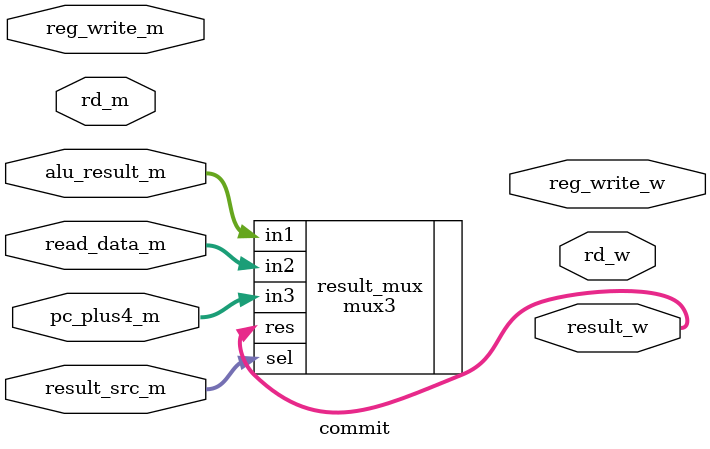
<source format=v>
`timescale 1ns / 1ps


module commit #(
    parameter ADDRESS_WIDTH = 32,
    parameter DATA_WIDTH = 32
    )(
    input reg_write_m,
    input [1:0] result_src_m,
    input [DATA_WIDTH-1:0] alu_result_m,
    input [DATA_WIDTH-1:0] read_data_m,
    input [4:0] rd_m,
    input [ADDRESS_WIDTH-1:0] pc_plus4_m,

    output [DATA_WIDTH-1:0] result_w,
    output reg_write_w,
    output [4:0] rd_w
    );

mux3 result_mux(
    .in1(alu_result_m),
    .in2(read_data_m),
    .in3(pc_plus4_m),
    .sel(result_src_m),
    .res(result_w)
);

endmodule

</source>
